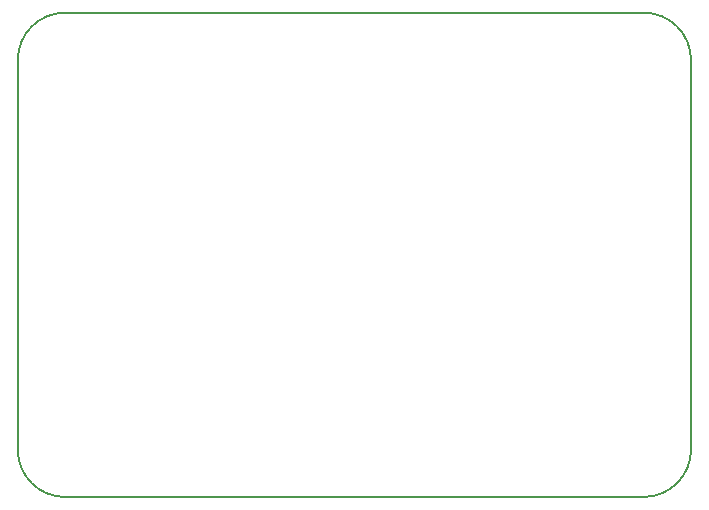
<source format=gm1>
G04 #@! TF.FileFunction,Profile,NP*
%FSLAX46Y46*%
G04 Gerber Fmt 4.6, Leading zero omitted, Abs format (unit mm)*
G04 Created by KiCad (PCBNEW 4.0.6) date 08/02/17 17:45:47*
%MOMM*%
%LPD*%
G01*
G04 APERTURE LIST*
%ADD10C,0.100000*%
%ADD11C,0.150000*%
G04 APERTURE END LIST*
D10*
D11*
X100000000Y-97000000D02*
G75*
G03X104000000Y-101000000I4000000J0D01*
G01*
X104000000Y-101000000D02*
X153000000Y-101000000D01*
X153000000Y-101000000D02*
G75*
G03X157000000Y-97000000I0J4000000D01*
G01*
X157000000Y-64000000D02*
G75*
G03X153000000Y-60000000I-4000000J0D01*
G01*
X104000000Y-60000000D02*
G75*
G03X100000000Y-64000000I0J-4000000D01*
G01*
X100000000Y-64000000D02*
X100000000Y-97000000D01*
X157000000Y-64000000D02*
X157000000Y-97000000D01*
X104000000Y-60000000D02*
X153000000Y-60000000D01*
M02*

</source>
